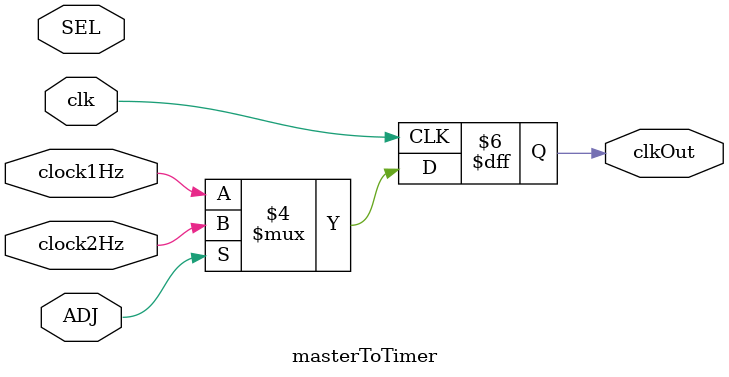
<source format=v>
`timescale 1ns / 1ps

module masterToTimer (
	input ADJ,
	input SEL,
    
	 input clk,
	 input clock2Hz,
    input clock1Hz,
	//input clockFast,
	//input clockBlink,

	output reg clkOut
);

    reg clock2HzPrev;
    reg clock1HzPrev;
	//reg clockFastPrev = 1'b0;
	//reg clockBlinkPrev = 1'b0;

	/*
		Question:
		Where do we take care of the blinking and scanning?
	*/
	
	always @ (posedge clk)
	begin
		if (ADJ == 0)
			clkOut <= clock1Hz;
		else
			clkOut <= clock2Hz;
	end

endmodule



</source>
